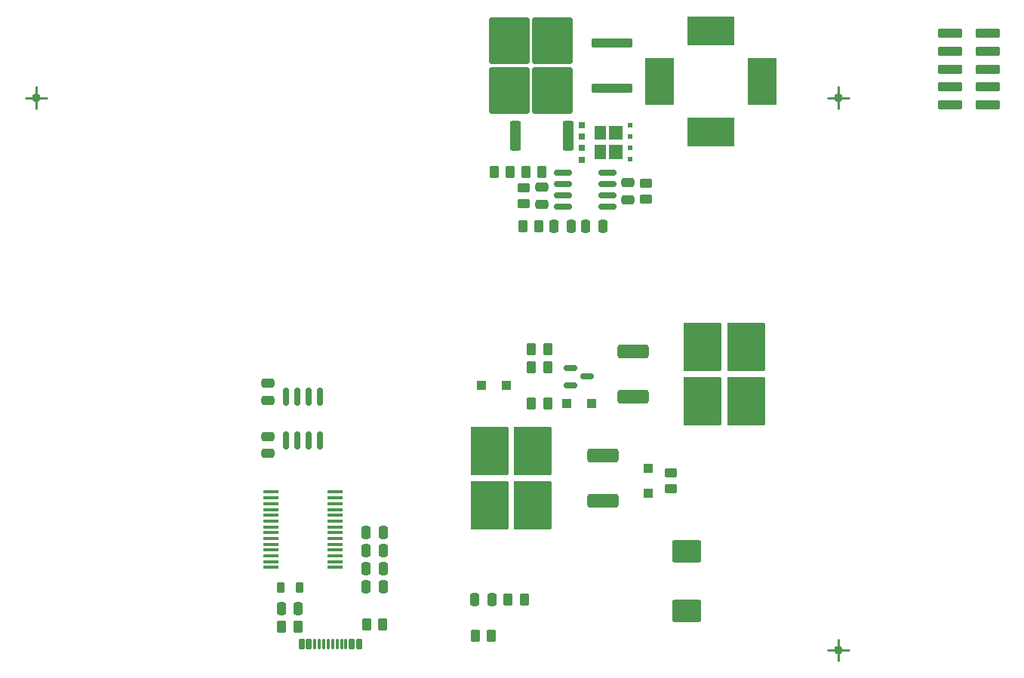
<source format=gtp>
%TF.GenerationSoftware,KiCad,Pcbnew,9.0.6-9.0.6~ubuntu22.04.1*%
%TF.CreationDate,2025-11-24T16:13:19-08:00*%
%TF.ProjectId,NX-J401-Adapter,4e582d4a-3430-4312-9d41-646170746572,5*%
%TF.SameCoordinates,Original*%
%TF.FileFunction,Paste,Top*%
%TF.FilePolarity,Positive*%
%FSLAX46Y46*%
G04 Gerber Fmt 4.6, Leading zero omitted, Abs format (unit mm)*
G04 Created by KiCad (PCBNEW 9.0.6-9.0.6~ubuntu22.04.1) date 2025-11-24 16:13:19*
%MOMM*%
%LPD*%
G01*
G04 APERTURE LIST*
G04 Aperture macros list*
%AMRoundRect*
0 Rectangle with rounded corners*
0 $1 Rounding radius*
0 $2 $3 $4 $5 $6 $7 $8 $9 X,Y pos of 4 corners*
0 Add a 4 corners polygon primitive as box body*
4,1,4,$2,$3,$4,$5,$6,$7,$8,$9,$2,$3,0*
0 Add four circle primitives for the rounded corners*
1,1,$1+$1,$2,$3*
1,1,$1+$1,$4,$5*
1,1,$1+$1,$6,$7*
1,1,$1+$1,$8,$9*
0 Add four rect primitives between the rounded corners*
20,1,$1+$1,$2,$3,$4,$5,0*
20,1,$1+$1,$4,$5,$6,$7,0*
20,1,$1+$1,$6,$7,$8,$9,0*
20,1,$1+$1,$8,$9,$2,$3,0*%
G04 Aperture macros list end*
%ADD10C,0.254000*%
%ADD11C,0.500000*%
%ADD12RoundRect,0.250000X2.050000X0.300000X-2.050000X0.300000X-2.050000X-0.300000X2.050000X-0.300000X0*%
%ADD13RoundRect,0.250000X2.025000X2.375000X-2.025000X2.375000X-2.025000X-2.375000X2.025000X-2.375000X0*%
%ADD14RoundRect,0.250000X-0.250000X-0.475000X0.250000X-0.475000X0.250000X0.475000X-0.250000X0.475000X0*%
%ADD15R,0.750000X0.660000*%
%ADD16RoundRect,0.250000X-0.300000X0.300000X-0.300000X-0.300000X0.300000X-0.300000X0.300000X0.300000X0*%
%ADD17RoundRect,0.363637X-1.386363X-0.436363X1.386363X-0.436363X1.386363X0.436363X-1.386363X0.436363X0*%
%ADD18RoundRect,0.234890X-1.902610X-2.515110X1.902610X-2.515110X1.902610X2.515110X-1.902610X2.515110X0*%
%ADD19RoundRect,0.218750X-0.218750X-0.381250X0.218750X-0.381250X0.218750X0.381250X-0.218750X0.381250X0*%
%ADD20RoundRect,0.250000X-0.262500X-0.450000X0.262500X-0.450000X0.262500X0.450000X-0.262500X0.450000X0*%
%ADD21RoundRect,0.250000X0.475000X-0.250000X0.475000X0.250000X-0.475000X0.250000X-0.475000X-0.250000X0*%
%ADD22RoundRect,0.250000X0.450000X-0.262500X0.450000X0.262500X-0.450000X0.262500X-0.450000X-0.262500X0*%
%ADD23RoundRect,0.250000X0.262500X0.450000X-0.262500X0.450000X-0.262500X-0.450000X0.262500X-0.450000X0*%
%ADD24RoundRect,0.150000X-0.587500X-0.150000X0.587500X-0.150000X0.587500X0.150000X-0.587500X0.150000X0*%
%ADD25RoundRect,0.250000X-0.450000X0.262500X-0.450000X-0.262500X0.450000X-0.262500X0.450000X0.262500X0*%
%ADD26RoundRect,0.250000X-0.300000X-0.300000X0.300000X-0.300000X0.300000X0.300000X-0.300000X0.300000X0*%
%ADD27RoundRect,0.250000X-0.475000X0.250000X-0.475000X-0.250000X0.475000X-0.250000X0.475000X0.250000X0*%
%ADD28RoundRect,0.250000X1.400000X1.000000X-1.400000X1.000000X-1.400000X-1.000000X1.400000X-1.000000X0*%
%ADD29R,1.750000X0.450000*%
%ADD30RoundRect,0.150000X0.150000X-0.825000X0.150000X0.825000X-0.150000X0.825000X-0.150000X-0.825000X0*%
%ADD31RoundRect,0.150000X-0.825000X-0.150000X0.825000X-0.150000X0.825000X0.150000X-0.825000X0.150000X0*%
%ADD32RoundRect,0.250000X0.300000X0.300000X-0.300000X0.300000X-0.300000X-0.300000X0.300000X-0.300000X0*%
%ADD33RoundRect,0.250000X-0.362500X-1.425000X0.362500X-1.425000X0.362500X1.425000X-0.362500X1.425000X0*%
%ADD34RoundRect,0.250000X0.250000X0.475000X-0.250000X0.475000X-0.250000X-0.475000X0.250000X-0.475000X0*%
%ADD35RoundRect,0.090000X0.210000X0.485000X-0.210000X0.485000X-0.210000X-0.485000X0.210000X-0.485000X0*%
%ADD36RoundRect,0.045000X0.105000X0.530000X-0.105000X0.530000X-0.105000X-0.530000X0.105000X-0.530000X0*%
%ADD37R,3.265000X5.210000*%
%ADD38R,5.210000X3.275000*%
%ADD39RoundRect,0.363637X1.386363X0.436363X-1.386363X0.436363X-1.386363X-0.436363X1.386363X-0.436363X0*%
%ADD40RoundRect,0.234890X1.902610X2.515110X-1.902610X2.515110X-1.902610X-2.515110X1.902610X-2.515110X0*%
%ADD41RoundRect,0.150000X-1.225000X0.350000X-1.225000X-0.350000X1.225000X-0.350000X1.225000X0.350000X0*%
G04 APERTURE END LIST*
%TO.C,Q1*%
G36*
X292682500Y-95702000D02*
G01*
X293917500Y-95702000D01*
X293917500Y-94132000D01*
X292682500Y-94132000D01*
X292682500Y-95702000D01*
G37*
G36*
X292682500Y-97892000D02*
G01*
X293917500Y-97892000D01*
X293917500Y-96322000D01*
X292682500Y-96322000D01*
X292682500Y-97892000D01*
G37*
G36*
X295805000Y-95702000D02*
G01*
X294220000Y-95702000D01*
X294220000Y-94132000D01*
X295805000Y-94132000D01*
X295805000Y-95702000D01*
G37*
G36*
X295805000Y-97892000D02*
G01*
X294220000Y-97892000D01*
X294220000Y-96322000D01*
X295805000Y-96322000D01*
X295805000Y-97892000D01*
G37*
G36*
X296920000Y-94347000D02*
G01*
X296420000Y-94347000D01*
X296420000Y-93847000D01*
X296920000Y-93847000D01*
X296920000Y-94347000D01*
G37*
G36*
X296920000Y-95628538D02*
G01*
X296420000Y-95628538D01*
X296420000Y-95128538D01*
X296920000Y-95128538D01*
X296920000Y-95628538D01*
G37*
G36*
X296920000Y-96897000D02*
G01*
X296420000Y-96897000D01*
X296420000Y-96397000D01*
X296920000Y-96397000D01*
X296920000Y-96897000D01*
G37*
G36*
X296920000Y-98177000D02*
G01*
X296420000Y-98177000D01*
X296420000Y-97677000D01*
X296920000Y-97677000D01*
X296920000Y-98177000D01*
G37*
D10*
%TO.C,FID3*%
X318800000Y-153000000D02*
X321200000Y-153000000D01*
X320000000Y-151800000D02*
X320000000Y-154200000D01*
D11*
X320250000Y-153000000D02*
G75*
G02*
X319750000Y-153000000I-250000J0D01*
G01*
X319750000Y-153000000D02*
G75*
G02*
X320250000Y-153000000I250000J0D01*
G01*
D10*
%TO.C,FID2*%
X318800000Y-91000000D02*
X321200000Y-91000000D01*
X320000000Y-89800000D02*
X320000000Y-92200000D01*
D11*
X320250000Y-91000000D02*
G75*
G02*
X319750000Y-91000000I-250000J0D01*
G01*
X319750000Y-91000000D02*
G75*
G02*
X320250000Y-91000000I250000J0D01*
G01*
D10*
%TO.C,FID1*%
X228800000Y-91000000D02*
X231200000Y-91000000D01*
X230000000Y-89800000D02*
X230000000Y-92200000D01*
D11*
X230250000Y-91000000D02*
G75*
G02*
X229750000Y-91000000I-250000J0D01*
G01*
X229750000Y-91000000D02*
G75*
G02*
X230250000Y-91000000I250000J0D01*
G01*
%TD*%
D12*
%TO.C,D1*%
X294640000Y-89916000D03*
D13*
X287915000Y-90151000D03*
X287915000Y-84601000D03*
X283065000Y-90151000D03*
X283065000Y-84601000D03*
D12*
X294640000Y-84836000D03*
%TD*%
D14*
%TO.C,C15*%
X267010000Y-143865000D03*
X268910000Y-143865000D03*
%TD*%
D15*
%TO.C,Q1*%
X291195000Y-94092000D03*
X291195000Y-95372000D03*
X291195000Y-96652000D03*
X291195000Y-97932000D03*
%TD*%
D16*
%TO.C,D4*%
X298704000Y-132588000D03*
X298704000Y-135388000D03*
%TD*%
D17*
%TO.C,Q2*%
X296955500Y-119510000D03*
D18*
X304793000Y-119000000D03*
X304793000Y-125100000D03*
X309668000Y-119000000D03*
X309668000Y-125100000D03*
D17*
X296955500Y-124590000D03*
%TD*%
D19*
%TO.C,L2*%
X257407900Y-145973800D03*
X259532900Y-145973800D03*
%TD*%
D20*
%TO.C,R9*%
X285540500Y-125352000D03*
X287365500Y-125352000D03*
%TD*%
D21*
%TO.C,C12*%
X255960000Y-130942000D03*
X255960000Y-129042000D03*
%TD*%
D22*
%TO.C,R5*%
X284708600Y-102918900D03*
X284708600Y-101093900D03*
%TD*%
D23*
%TO.C,R2*%
X283182700Y-99288600D03*
X281357700Y-99288600D03*
%TD*%
D20*
%TO.C,R11*%
X282937500Y-147320000D03*
X284762500Y-147320000D03*
%TD*%
D24*
%TO.C,Q3*%
X289963500Y-121354000D03*
X289963500Y-123254000D03*
X291838500Y-122304000D03*
%TD*%
D14*
%TO.C,C13*%
X267010000Y-139833000D03*
X268910000Y-139833000D03*
%TD*%
D20*
%TO.C,R13*%
X257557900Y-150418800D03*
X259382900Y-150418800D03*
%TD*%
D14*
%TO.C,C14*%
X267010000Y-141833000D03*
X268910000Y-141833000D03*
%TD*%
D20*
%TO.C,R7*%
X285540500Y-119256000D03*
X287365500Y-119256000D03*
%TD*%
D25*
%TO.C,R10*%
X301244000Y-133075500D03*
X301244000Y-134900500D03*
%TD*%
D23*
%TO.C,R12*%
X268872500Y-150088000D03*
X267047500Y-150088000D03*
%TD*%
D26*
%TO.C,D3*%
X289501000Y-125352000D03*
X292301000Y-125352000D03*
%TD*%
D14*
%TO.C,C16*%
X267010000Y-145897000D03*
X268910000Y-145897000D03*
%TD*%
%TO.C,C18*%
X257520400Y-148386800D03*
X259420400Y-148386800D03*
%TD*%
D27*
%TO.C,C11*%
X255960000Y-123042000D03*
X255960000Y-124942000D03*
%TD*%
D28*
%TO.C,D5*%
X303022000Y-148638000D03*
X303022000Y-141938000D03*
%TD*%
D22*
%TO.C,R4*%
X298450000Y-102385540D03*
X298450000Y-100560540D03*
%TD*%
D20*
%TO.C,R8*%
X285540500Y-121288000D03*
X287365500Y-121288000D03*
%TD*%
D29*
%TO.C,U3*%
X256360000Y-135267000D03*
X256360000Y-135917000D03*
X256360000Y-136567000D03*
X256360000Y-137217000D03*
X256360000Y-137867000D03*
X256360000Y-138517000D03*
X256360000Y-139167000D03*
X256360000Y-139817000D03*
X256360000Y-140467000D03*
X256360000Y-141117000D03*
X256360000Y-141767000D03*
X256360000Y-142417000D03*
X256360000Y-143067000D03*
X256360000Y-143717000D03*
X263560000Y-143717000D03*
X263560000Y-143067000D03*
X263560000Y-142417000D03*
X263560000Y-141767000D03*
X263560000Y-141117000D03*
X263560000Y-140467000D03*
X263560000Y-139817000D03*
X263560000Y-139167000D03*
X263560000Y-138517000D03*
X263560000Y-137867000D03*
X263560000Y-137217000D03*
X263560000Y-136567000D03*
X263560000Y-135917000D03*
X263560000Y-135267000D03*
%TD*%
D30*
%TO.C,U2*%
X258055000Y-129467000D03*
X259325000Y-129467000D03*
X260595000Y-129467000D03*
X261865000Y-129467000D03*
X261865000Y-124517000D03*
X260595000Y-124517000D03*
X259325000Y-124517000D03*
X258055000Y-124517000D03*
%TD*%
D31*
%TO.C,U1*%
X289117000Y-99441000D03*
X289117000Y-100711000D03*
X289117000Y-101981000D03*
X289117000Y-103251000D03*
X294067000Y-103251000D03*
X294067000Y-101981000D03*
X294067000Y-100711000D03*
X294067000Y-99441000D03*
%TD*%
D32*
%TO.C,D2*%
X282773000Y-123320000D03*
X279973000Y-123320000D03*
%TD*%
D20*
%TO.C,R6*%
X284583500Y-105410000D03*
X286408500Y-105410000D03*
%TD*%
D33*
%TO.C,R1*%
X283803500Y-95250000D03*
X289728500Y-95250000D03*
%TD*%
D20*
%TO.C,R3*%
X284915600Y-99288600D03*
X286740600Y-99288600D03*
%TD*%
D34*
%TO.C,C8*%
X290002000Y-105410000D03*
X288102000Y-105410000D03*
%TD*%
D35*
%TO.C,J4*%
X259800000Y-152328575D03*
X260600000Y-152328575D03*
D36*
X261750000Y-152328575D03*
X262750000Y-152328575D03*
X263250000Y-152328575D03*
X264250000Y-152328575D03*
D35*
X266200000Y-152328575D03*
X265400000Y-152328575D03*
D36*
X264750000Y-152328575D03*
X263750000Y-152328575D03*
X262250000Y-152328575D03*
X261250000Y-152328575D03*
%TD*%
D27*
%TO.C,C7*%
X286740600Y-101056400D03*
X286740600Y-102956400D03*
%TD*%
D14*
%TO.C,C9*%
X291658000Y-105410000D03*
X293558000Y-105410000D03*
%TD*%
D37*
%TO.C,L1*%
X311427500Y-89154000D03*
X299962500Y-89154000D03*
D38*
X305695000Y-94831500D03*
X305695000Y-83476500D03*
%TD*%
D39*
%TO.C,Q4*%
X293565000Y-136274000D03*
D40*
X285727500Y-136784000D03*
X285727500Y-130684000D03*
X280852500Y-136784000D03*
X280852500Y-130684000D03*
D39*
X293565000Y-131194000D03*
%TD*%
D27*
%TO.C,C6*%
X296418000Y-100523040D03*
X296418000Y-102423040D03*
%TD*%
D34*
%TO.C,C17*%
X281112000Y-147320000D03*
X279212000Y-147320000D03*
%TD*%
D41*
%TO.C,J6*%
X332495860Y-83782400D03*
X336745860Y-83782400D03*
X332495860Y-85782400D03*
X336745860Y-85782400D03*
X332495860Y-87782400D03*
X336745860Y-87782400D03*
X332495860Y-89782400D03*
X336745860Y-89782400D03*
X332495860Y-91782400D03*
X336745860Y-91782400D03*
%TD*%
D23*
%TO.C,R14*%
X281074500Y-151384000D03*
X279249500Y-151384000D03*
%TD*%
M02*

</source>
